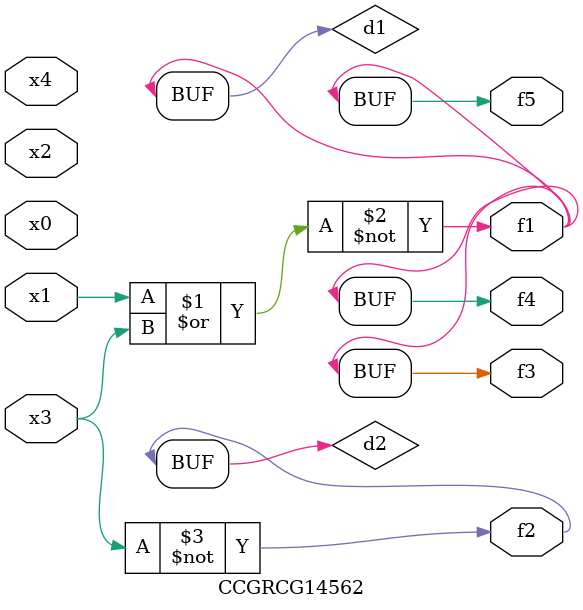
<source format=v>
module CCGRCG14562(
	input x0, x1, x2, x3, x4,
	output f1, f2, f3, f4, f5
);

	wire d1, d2;

	nor (d1, x1, x3);
	not (d2, x3);
	assign f1 = d1;
	assign f2 = d2;
	assign f3 = d1;
	assign f4 = d1;
	assign f5 = d1;
endmodule

</source>
